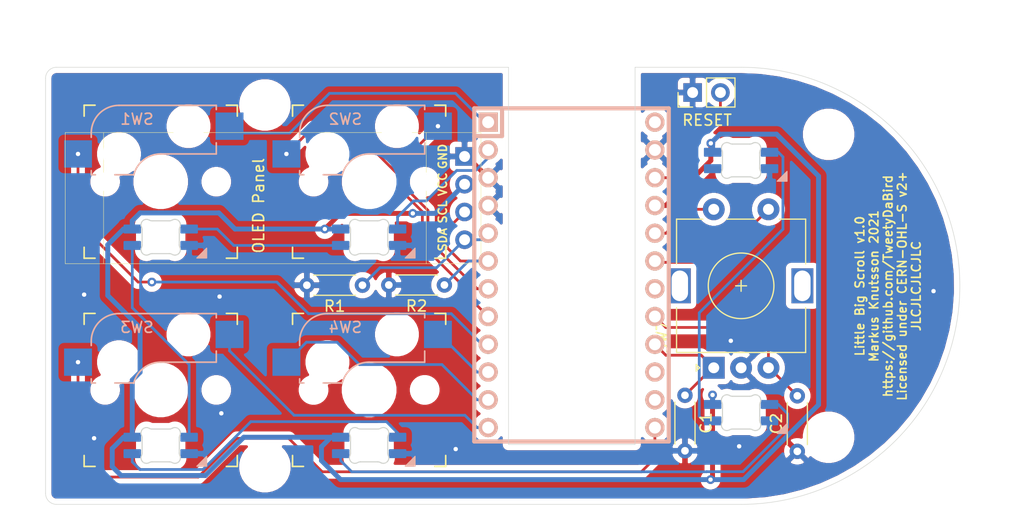
<source format=kicad_pcb>
(kicad_pcb (version 20171130) (host pcbnew "(5.1.9)-1")
  (title_block (title "Little Big Scroll") (date 2021-11-30) (rev v1.0) (company "Markus Knutsson <markus.knutsson@tweety.se>") (comment 1 https://github.com/TweetyDaBird) (comment 2 "Licensed under CERN-OHL-S v2 or superseding version"))
  (layers (0 F.Cu signal) (31 B.Cu signal) (34 B.Paste user) (35 F.Paste user) (36 B.SilkS user) (37 F.SilkS user) (38 B.Mask user) (39 F.Mask user) (44 Edge.Cuts user))
  (net 0 "")
  (net 1 GND)
  (net 2 VCC)
  (net 3 RGB)
  (net 4 "Net-(LED1-Pad2)")
  (net 5 "Net-(LED2-Pad2)")
  (net 6 "Net-(LED3-Pad2)")
  (net 7 "Net-(LED4-Pad2)")
  (net 8 "Net-(LED5-Pad2)")
  (net 9 SDA)
  (net 10 SCL)
  (net 11 ENC_A)
  (net 12 ENC_B)
  (net 13 COL0)
  (net 14 ROW0)
  (net 15 COL1)
  (net 16 ROW1)
  (net 17 COL2)
  (net 18 ROW2)
  (net 19 COL3)
  (net 20 ROW3)
  (net 21 ROW4)
  (net 22 COL4)
  (net 23 "Net-(J1-Pad2)")
  (module Keebio-Parts:RotaryEncoder_Alps_EC11E-Switch_Vertical_H20mm (layer F.Cu) (at 219.38 111.555 90)
    (fp_text reference SW7 (at -4.7 -7.2 90) (layer F.SilkS))
    (fp_text value Rotary_Encoder_Switch)
    (fp_circle (center 0 0) (end 3 0) (layer F.SilkS) (width 0.12))
    (fp_line (start 2 -5.9) (end 6.1 -5.9) (layer F.SilkS) (width 0.12))
    (fp_line (start 6.1 5.9) (end 2 5.9) (layer F.SilkS) (width 0.12))
    (fp_line (start -2 5.9) (end -6.1 5.9) (layer F.SilkS) (width 0.12))
    (fp_line (start -2 -5.9) (end -6.1 -5.9) (layer F.SilkS) (width 0.12))
    (fp_line (start -6.1 -5.9) (end -6.1 5.9) (layer F.SilkS) (width 0.12))
    (fp_line (start -7.5 -3.8) (end -7.8 -4.1) (layer F.SilkS) (width 0.12))
    (fp_line (start -7.8 -4.1) (end -7.2 -4.1) (layer F.SilkS) (width 0.12))
    (fp_line (start -7.2 -4.1) (end -7.5 -3.8) (layer F.SilkS) (width 0.12))
    (fp_line (start 6.1 -5.9) (end 6.1 -3.5) (layer F.SilkS) (width 0.12))
    (fp_line (start 6.1 -1.3) (end 6.1 1.3) (layer F.SilkS) (width 0.12))
    (fp_line (start 6.1 3.5) (end 6.1 5.9) (layer F.SilkS) (width 0.12))
    (fp_line (start 0 -0.5) (end 0 0.5) (layer F.SilkS) (width 0.12))
    (fp_line (start -0.5 0) (end 0.5 0) (layer F.SilkS) (width 0.12))
    (pad S1 thru_hole circle (at 7 2.5 90) (size 2 2) (drill 1) (layers *.Cu *.Mask) (net 22 COL4))
    (pad S2 thru_hole circle (at 7 -2.5 90) (size 2 2) (drill 1) (layers *.Cu *.Mask) (net 21 ROW4))
    (pad MP thru_hole rect (at 0 5.6 90) (size 3.2 2) (drill oval 2.8 1.5) (layers *.Cu *.Mask))
    (pad MP thru_hole rect (at 0 -5.6 90) (size 3.2 2) (drill oval 2.8 1.5) (layers *.Cu *.Mask))
    (pad B thru_hole circle (at -7.5 2.5 90) (size 2 2) (drill 1) (layers *.Cu *.Mask) (net 12 ENC_B))
    (pad C thru_hole circle (at -7.5 0 90) (size 2 2) (drill 1) (layers *.Cu *.Mask) (net 1 GND))
    (pad A thru_hole rect (at -7.5 -2.5 90) (size 2 2) (drill 1) (layers *.Cu *.Mask) (net 11 ENC_A))
  )
  (module Keebio-Parts:ArduinoProMicro-BackSide (layer F.Cu) (at 203.88 110.555 270)
    (fp_text reference U1 hide)
    (fp_text value ProMicro hide)
    (fp_line (start -15.24 -8.89) (end -15.24 8.89) (layer B.SilkS) (width 0.381))
    (fp_line (start -15.24 8.89) (end 15.24 8.89) (layer B.SilkS) (width 0.381))
    (fp_line (start 15.24 8.89) (end 15.24 -8.89) (layer B.SilkS) (width 0.381))
    (fp_line (start 15.24 -8.89) (end -15.24 -8.89) (layer B.SilkS) (width 0.381))
    (fp_line (start -15.24 6.35) (end -12.7 6.35) (layer B.SilkS) (width 0.381))
    (fp_line (start -12.7 6.35) (end -12.7 8.89) (layer B.SilkS) (width 0.381))
    (pad 24 thru_hole circle (at -13.97 -7.62 270) (size 1.7526 1.7526) (drill 1.0922) (layers *.Cu *.SilkS *.Mask))
    (pad 12 thru_hole circle (at 13.97 7.62 270) (size 1.7526 1.7526) (drill 1.0922) (layers *.Cu *.SilkS *.Mask) (net 18 ROW2))
    (pad 23 thru_hole circle (at -11.43 -7.62 270) (size 1.7526 1.7526) (drill 1.0922) (layers *.Cu *.SilkS *.Mask) (net 1 GND))
    (pad 22 thru_hole circle (at -8.89 -7.62 270) (size 1.7526 1.7526) (drill 1.0922) (layers *.Cu *.SilkS *.Mask) (net 23 "Net-(J1-Pad2)"))
    (pad 21 thru_hole circle (at -6.35 -7.62 270) (size 1.7526 1.7526) (drill 1.0922) (layers *.Cu *.SilkS *.Mask) (net 2 VCC))
    (pad 20 thru_hole circle (at -3.81 -7.62 270) (size 1.7526 1.7526) (drill 1.0922) (layers *.Cu *.SilkS *.Mask) (net 21 ROW4))
    (pad 19 thru_hole circle (at -1.27 -7.62 270) (size 1.7526 1.7526) (drill 1.0922) (layers *.Cu *.SilkS *.Mask) (net 22 COL4))
    (pad 18 thru_hole circle (at 1.27 -7.62 270) (size 1.7526 1.7526) (drill 1.0922) (layers *.Cu *.SilkS *.Mask))
    (pad 17 thru_hole circle (at 3.81 -7.62 270) (size 1.7526 1.7526) (drill 1.0922) (layers *.Cu *.SilkS *.Mask) (net 12 ENC_B))
    (pad 16 thru_hole circle (at 6.35 -7.62 270) (size 1.7526 1.7526) (drill 1.0922) (layers *.Cu *.SilkS *.Mask) (net 11 ENC_A))
    (pad 15 thru_hole circle (at 8.89 -7.62 270) (size 1.7526 1.7526) (drill 1.0922) (layers *.Cu *.SilkS *.Mask))
    (pad 14 thru_hole circle (at 11.43 -7.62 270) (size 1.7526 1.7526) (drill 1.0922) (layers *.Cu *.SilkS *.Mask))
    (pad 13 thru_hole circle (at 13.97 -7.62 270) (size 1.7526 1.7526) (drill 1.0922) (layers *.Cu *.SilkS *.Mask) (net 17 COL2))
    (pad 11 thru_hole circle (at 11.43 7.62 270) (size 1.7526 1.7526) (drill 1.0922) (layers *.Cu *.SilkS *.Mask) (net 19 COL3))
    (pad 10 thru_hole circle (at 8.89 7.62 270) (size 1.7526 1.7526) (drill 1.0922) (layers *.Cu *.SilkS *.Mask) (net 20 ROW3))
    (pad 9 thru_hole circle (at 6.35 7.62 270) (size 1.7526 1.7526) (drill 1.0922) (layers *.Cu *.SilkS *.Mask) (net 13 COL0))
    (pad 8 thru_hole circle (at 3.81 7.62 270) (size 1.7526 1.7526) (drill 1.0922) (layers *.Cu *.SilkS *.Mask) (net 15 COL1))
    (pad 7 thru_hole circle (at 1.27 7.62 270) (size 1.7526 1.7526) (drill 1.0922) (layers *.Cu *.SilkS *.Mask) (net 16 ROW1))
    (pad 6 thru_hole circle (at -1.27 7.62 270) (size 1.7526 1.7526) (drill 1.0922) (layers *.Cu *.SilkS *.Mask) (net 10 SCL))
    (pad 5 thru_hole circle (at -3.81 7.62 270) (size 1.7526 1.7526) (drill 1.0922) (layers *.Cu *.SilkS *.Mask) (net 9 SDA))
    (pad 4 thru_hole circle (at -6.35 7.62 270) (size 1.7526 1.7526) (drill 1.0922) (layers *.Cu *.SilkS *.Mask) (net 1 GND))
    (pad 3 thru_hole circle (at -8.89 7.62 270) (size 1.7526 1.7526) (drill 1.0922) (layers *.Cu *.SilkS *.Mask) (net 1 GND))
    (pad 2 thru_hole circle (at -11.43 7.62 270) (size 1.7526 1.7526) (drill 1.0922) (layers *.Cu *.SilkS *.Mask) (net 3 RGB))
    (pad 1 thru_hole rect (at -13.97 7.62 270) (size 1.7526 1.7526) (drill 1.0922) (layers *.Cu *.SilkS *.Mask) (net 14 ROW0))
  )
  (module keyswitches:Kailh_socket_MX_RGB (layer F.Cu) (at 185.38 121.08)
    (fp_text reference SW4 (at -2.175 -5.725) (layer B.SilkS) (effects (justify mirror)))
    (fp_text value SW_Push hide)
    (fp_line (start 5.08 -6.985) (end 5.08 -6.604) (layer B.SilkS) (width 0.15))
    (fp_line (start -3.81 -6.985) (end 5.08 -6.985) (layer B.SilkS) (width 0.15))
    (fp_line (start -6.35 -4.445) (end -6.35 -4.064) (layer B.SilkS) (width 0.15))
    (fp_line (start -5.969 -0.635) (end -6.35 -0.635) (layer B.SilkS) (width 0.15))
    (fp_line (start -2.464162 -0.635) (end -4.191 -0.635) (layer B.SilkS) (width 0.15))
    (fp_line (start 5.08 -2.54) (end 0 -2.54) (layer B.SilkS) (width 0.15))
    (fp_line (start 5.08 -3.556) (end 5.08 -2.54) (layer B.SilkS) (width 0.15))
    (fp_line (start -6.35 -1.016) (end -6.35 -0.635) (layer B.SilkS) (width 0.15))
    (fp_line (start 7 -7) (end 7 -6) (layer F.SilkS) (width 0.15))
    (fp_line (start 6 7) (end 7 7) (layer F.SilkS) (width 0.15))
    (fp_line (start 7 -7) (end 6 -7) (layer F.SilkS) (width 0.15))
    (fp_line (start 7 6) (end 7 7) (layer F.SilkS) (width 0.15))
    (fp_line (start -7 7) (end -7 6) (layer F.SilkS) (width 0.15))
    (fp_line (start -6 -7) (end -7 -7) (layer F.SilkS) (width 0.15))
    (fp_line (start -7 7) (end -6 7) (layer F.SilkS) (width 0.15))
    (fp_line (start -7 -6) (end -7 -7) (layer F.SilkS) (width 0.15))
    (fp_arc (start 0 0) (end 0 -2.54) (angle -75.96375653) (layer B.SilkS) (width 0.15))
    (fp_arc (start -3.81 -4.445) (end -3.81 -6.985) (angle -90) (layer B.SilkS) (width 0.15))
    (pad 2 smd rect (at -7.56 -2.54) (size 2.55 2.5) (layers B.Cu B.Paste B.Mask) (net 19 COL3))
    (pad "" np_thru_hole circle (at -5.08 0) (size 1.7018 1.7018) (drill 1.7018) (layers *.Cu *.Mask))
    (pad "" np_thru_hole circle (at 5.08 0) (size 1.7018 1.7018) (drill 1.7018) (layers *.Cu *.Mask))
    (pad "" np_thru_hole circle (at 0 0) (size 3.9878 3.9878) (drill 3.9878) (layers *.Cu *.Mask))
    (pad "" np_thru_hole circle (at -3.81 -2.54) (size 3 3) (drill 3) (layers *.Cu *.Mask))
    (pad "" np_thru_hole circle (at 2.54 -5.08) (size 3 3) (drill 3) (layers *.Cu *.Mask))
    (pad 1 smd rect (at 6.29 -5.08) (size 2.55 2.5) (layers B.Cu B.Paste B.Mask) (net 20 ROW3))
  )
  (module keyswitches:Kailh_socket_MX_RGB (layer F.Cu) (at 166.33 121.08)
    (fp_text reference SW3 (at -2.175 -5.725) (layer B.SilkS) (effects (justify mirror)))
    (fp_text value SW_Push hide)
    (fp_line (start 5.08 -6.985) (end 5.08 -6.604) (layer B.SilkS) (width 0.15))
    (fp_line (start -3.81 -6.985) (end 5.08 -6.985) (layer B.SilkS) (width 0.15))
    (fp_line (start -6.35 -4.445) (end -6.35 -4.064) (layer B.SilkS) (width 0.15))
    (fp_line (start -5.969 -0.635) (end -6.35 -0.635) (layer B.SilkS) (width 0.15))
    (fp_line (start -2.464162 -0.635) (end -4.191 -0.635) (layer B.SilkS) (width 0.15))
    (fp_line (start 5.08 -2.54) (end 0 -2.54) (layer B.SilkS) (width 0.15))
    (fp_line (start 5.08 -3.556) (end 5.08 -2.54) (layer B.SilkS) (width 0.15))
    (fp_line (start -6.35 -1.016) (end -6.35 -0.635) (layer B.SilkS) (width 0.15))
    (fp_line (start 7 -7) (end 7 -6) (layer F.SilkS) (width 0.15))
    (fp_line (start 6 7) (end 7 7) (layer F.SilkS) (width 0.15))
    (fp_line (start 7 -7) (end 6 -7) (layer F.SilkS) (width 0.15))
    (fp_line (start 7 6) (end 7 7) (layer F.SilkS) (width 0.15))
    (fp_line (start -7 7) (end -7 6) (layer F.SilkS) (width 0.15))
    (fp_line (start -6 -7) (end -7 -7) (layer F.SilkS) (width 0.15))
    (fp_line (start -7 7) (end -6 7) (layer F.SilkS) (width 0.15))
    (fp_line (start -7 -6) (end -7 -7) (layer F.SilkS) (width 0.15))
    (fp_arc (start 0 0) (end 0 -2.54) (angle -75.96375653) (layer B.SilkS) (width 0.15))
    (fp_arc (start -3.81 -4.445) (end -3.81 -6.985) (angle -90) (layer B.SilkS) (width 0.15))
    (pad 2 smd rect (at -7.56 -2.54) (size 2.55 2.5) (layers B.Cu B.Paste B.Mask) (net 17 COL2))
    (pad "" np_thru_hole circle (at -5.08 0) (size 1.7018 1.7018) (drill 1.7018) (layers *.Cu *.Mask))
    (pad "" np_thru_hole circle (at 5.08 0) (size 1.7018 1.7018) (drill 1.7018) (layers *.Cu *.Mask))
    (pad "" np_thru_hole circle (at 0 0) (size 3.9878 3.9878) (drill 3.9878) (layers *.Cu *.Mask))
    (pad "" np_thru_hole circle (at -3.81 -2.54) (size 3 3) (drill 3) (layers *.Cu *.Mask))
    (pad "" np_thru_hole circle (at 2.54 -5.08) (size 3 3) (drill 3) (layers *.Cu *.Mask))
    (pad 1 smd rect (at 6.29 -5.08) (size 2.55 2.5) (layers B.Cu B.Paste B.Mask) (net 18 ROW2))
  )
  (module keyswitches:Kailh_socket_MX_RGB (layer F.Cu) (at 185.38 102.03)
    (fp_text reference SW2 (at -2.175 -5.725) (layer B.SilkS) (effects (justify mirror)))
    (fp_text value SW_Push hide)
    (fp_line (start 5.08 -6.985) (end 5.08 -6.604) (layer B.SilkS) (width 0.15))
    (fp_line (start -3.81 -6.985) (end 5.08 -6.985) (layer B.SilkS) (width 0.15))
    (fp_line (start -6.35 -4.445) (end -6.35 -4.064) (layer B.SilkS) (width 0.15))
    (fp_line (start -5.969 -0.635) (end -6.35 -0.635) (layer B.SilkS) (width 0.15))
    (fp_line (start -2.464162 -0.635) (end -4.191 -0.635) (layer B.SilkS) (width 0.15))
    (fp_line (start 5.08 -2.54) (end 0 -2.54) (layer B.SilkS) (width 0.15))
    (fp_line (start 5.08 -3.556) (end 5.08 -2.54) (layer B.SilkS) (width 0.15))
    (fp_line (start -6.35 -1.016) (end -6.35 -0.635) (layer B.SilkS) (width 0.15))
    (fp_line (start 7 -7) (end 7 -6) (layer F.SilkS) (width 0.15))
    (fp_line (start 6 7) (end 7 7) (layer F.SilkS) (width 0.15))
    (fp_line (start 7 -7) (end 6 -7) (layer F.SilkS) (width 0.15))
    (fp_line (start 7 6) (end 7 7) (layer F.SilkS) (width 0.15))
    (fp_line (start -7 7) (end -7 6) (layer F.SilkS) (width 0.15))
    (fp_line (start -6 -7) (end -7 -7) (layer F.SilkS) (width 0.15))
    (fp_line (start -7 7) (end -6 7) (layer F.SilkS) (width 0.15))
    (fp_line (start -7 -6) (end -7 -7) (layer F.SilkS) (width 0.15))
    (fp_arc (start 0 0) (end 0 -2.54) (angle -75.96375653) (layer B.SilkS) (width 0.15))
    (fp_arc (start -3.81 -4.445) (end -3.81 -6.985) (angle -90) (layer B.SilkS) (width 0.15))
    (pad 2 smd rect (at -7.56 -2.54) (size 2.55 2.5) (layers B.Cu B.Paste B.Mask) (net 15 COL1))
    (pad "" np_thru_hole circle (at -5.08 0) (size 1.7018 1.7018) (drill 1.7018) (layers *.Cu *.Mask))
    (pad "" np_thru_hole circle (at 5.08 0) (size 1.7018 1.7018) (drill 1.7018) (layers *.Cu *.Mask))
    (pad "" np_thru_hole circle (at 0 0) (size 3.9878 3.9878) (drill 3.9878) (layers *.Cu *.Mask))
    (pad "" np_thru_hole circle (at -3.81 -2.54) (size 3 3) (drill 3) (layers *.Cu *.Mask))
    (pad "" np_thru_hole circle (at 2.54 -5.08) (size 3 3) (drill 3) (layers *.Cu *.Mask))
    (pad 1 smd rect (at 6.29 -5.08) (size 2.55 2.5) (layers B.Cu B.Paste B.Mask) (net 16 ROW1))
  )
  (module keyswitches:Kailh_socket_MX_RGB (layer F.Cu) (at 166.33 102.03)
    (fp_text reference SW1 (at -2.175 -5.725) (layer B.SilkS) (effects (justify mirror)))
    (fp_text value SW_Push hide)
    (fp_line (start 5.08 -6.985) (end 5.08 -6.604) (layer B.SilkS) (width 0.15))
    (fp_line (start -3.81 -6.985) (end 5.08 -6.985) (layer B.SilkS) (width 0.15))
    (fp_line (start -6.35 -4.445) (end -6.35 -4.064) (layer B.SilkS) (width 0.15))
    (fp_line (start -5.969 -0.635) (end -6.35 -0.635) (layer B.SilkS) (width 0.15))
    (fp_line (start -2.464162 -0.635) (end -4.191 -0.635) (layer B.SilkS) (width 0.15))
    (fp_line (start 5.08 -2.54) (end 0 -2.54) (layer B.SilkS) (width 0.15))
    (fp_line (start 5.08 -3.556) (end 5.08 -2.54) (layer B.SilkS) (width 0.15))
    (fp_line (start -6.35 -1.016) (end -6.35 -0.635) (layer B.SilkS) (width 0.15))
    (fp_line (start 7 -7) (end 7 -6) (layer F.SilkS) (width 0.15))
    (fp_line (start 6 7) (end 7 7) (layer F.SilkS) (width 0.15))
    (fp_line (start 7 -7) (end 6 -7) (layer F.SilkS) (width 0.15))
    (fp_line (start 7 6) (end 7 7) (layer F.SilkS) (width 0.15))
    (fp_line (start -7 7) (end -7 6) (layer F.SilkS) (width 0.15))
    (fp_line (start -6 -7) (end -7 -7) (layer F.SilkS) (width 0.15))
    (fp_line (start -7 7) (end -6 7) (layer F.SilkS) (width 0.15))
    (fp_line (start -7 -6) (end -7 -7) (layer F.SilkS) (width 0.15))
    (fp_arc (start 0 0) (end 0 -2.54) (angle -75.96375653) (layer B.SilkS) (width 0.15))
    (fp_arc (start -3.81 -4.445) (end -3.81 -6.985) (angle -90) (layer B.SilkS) (width 0.15))
    (pad 2 smd rect (at -7.56 -2.54) (size 2.55 2.5) (layers B.Cu B.Paste B.Mask) (net 13 COL0))
    (pad "" np_thru_hole circle (at -5.08 0) (size 1.7018 1.7018) (drill 1.7018) (layers *.Cu *.Mask))
    (pad "" np_thru_hole circle (at 5.08 0) (size 1.7018 1.7018) (drill 1.7018) (layers *.Cu *.Mask))
    (pad "" np_thru_hole circle (at 0 0) (size 3.9878 3.9878) (drill 3.9878) (layers *.Cu *.Mask))
    (pad "" np_thru_hole circle (at -3.81 -2.54) (size 3 3) (drill 3) (layers *.Cu *.Mask))
    (pad "" np_thru_hole circle (at 2.54 -5.08) (size 3 3) (drill 3) (layers *.Cu *.Mask))
    (pad 1 smd rect (at 6.29 -5.08) (size 2.55 2.5) (layers B.Cu B.Paste B.Mask) (net 14 ROW0))
  )
  (module KiCad-SSD1306-0.91-OLED-4pin-128x32:SSD1306-0.91-OLED-4pin-128x32 (layer F.Cu) (at 176.605 103.53)
    (fp_text reference OLED1 hide)
    (fp_text value OLED_4pin)
    (fp_line (start -15.5 -6) (end -15.5 6) (layer F.SilkS) (width 0.04))
    (fp_line (start 14 -6) (end 14 6) (layer F.SilkS) (width 0.04))
    (fp_line (start 19 -6) (end -19 -6) (layer F.SilkS) (width 0.04))
    (fp_line (start -19 -6) (end -19 6) (layer F.SilkS) (width 0.04))
    (fp_line (start -19 6) (end 19 6) (layer F.SilkS) (width 0.04))
    (fp_line (start 19 6) (end 19 -6) (layer F.SilkS) (width 0.04))
    (fp_text user SDA (at 15.5 3.81 -90) (layer F.SilkS) (effects (font (size 0.75 0.75))))
    (fp_text user SCL (at 15.5 1.27 -90) (layer F.SilkS) (effects (font (size 0.75 0.75))))
    (fp_text user VCC (at 15.5 -1.27 -90) (layer F.SilkS) (effects (font (size 0.75 0.75))))
    (fp_text user GND (at 15.5 -3.81 -90) (layer F.SilkS) (effects (font (size 0.75 0.75))))
    (fp_text user "OLED Panel" (at -1.325 0.69 270) (layer F.SilkS))
    (pad 4 thru_hole oval (at 17.5 3.81) (size 1.7 1.7) (drill 1) (layers *.Cu *.Mask) (net 9 SDA))
    (pad 3 thru_hole oval (at 17.5 1.27) (size 1.7 1.7) (drill 1) (layers *.Cu *.Mask) (net 10 SCL))
    (pad 2 thru_hole oval (at 17.5 -1.27) (size 1.7 1.7) (drill 1) (layers *.Cu *.Mask) (net 2 VCC))
    (pad 1 thru_hole rect (at 17.5 -3.81) (size 1.7 1.7) (drill 1) (layers *.Cu *.Mask) (net 1 GND))
  )
  (module MountingHole:MountingHole_3.7mm (layer F.Cu) (at 175.855 128.105)
    (fp_text reference H4 hide)
    (fp_text value Hole)
    (pad 1 np_thru_hole circle (at 0 0) (size 3.7 3.7) (drill 3.7) (layers *.Cu *.Mask))
  )
  (module MountingHole:MountingHole_3.7mm (layer F.Cu) (at 227.38 125.411406)
    (fp_text reference H3 hide)
    (fp_text value Hole)
    (pad 1 np_thru_hole circle (at 0 0) (size 3.7 3.7) (drill 3.7) (layers *.Cu *.Mask))
  )
  (module MountingHole:MountingHole_3.7mm (layer F.Cu) (at 227.38 97.698594)
    (fp_text reference H2 hide)
    (fp_text value Hole)
    (pad 1 np_thru_hole circle (at 0 0) (size 3.7 3.7) (drill 3.7) (layers *.Cu *.Mask))
  )
  (module MountingHole:MountingHole_3.7mm (layer F.Cu) (at 175.855 95.005)
    (fp_text reference H1 hide)
    (fp_text value Hole)
    (pad 1 np_thru_hole circle (at 0 0) (size 3.7 3.7) (drill 3.7) (layers *.Cu *.Mask))
  )
  (module Connector_PinHeader_2.54mm:PinHeader_1x02_P2.54mm_Vertical (layer F.Cu) (at 214.95 93.87 90)
    (fp_text reference J1 hide)
    (fp_text value Conn_01x02)
    (fp_line (start -1.33 3.87) (end 1.33 3.87) (layer F.SilkS) (width 0.12))
    (fp_line (start -1.33 1.27) (end -1.33 3.87) (layer F.SilkS) (width 0.12))
    (fp_line (start 1.33 1.27) (end 1.33 3.87) (layer F.SilkS) (width 0.12))
    (fp_line (start -1.33 1.27) (end 1.33 1.27) (layer F.SilkS) (width 0.12))
    (fp_line (start -1.33 0) (end -1.33 -1.33) (layer F.SilkS) (width 0.12))
    (fp_line (start -1.33 -1.33) (end 0 -1.33) (layer F.SilkS) (width 0.12))
    (fp_text user RESET (at -2.53 1.32) (layer F.SilkS))
    (pad 2 thru_hole oval (at 0 2.54 90) (size 1.7 1.7) (drill 1) (layers *.Cu *.Mask) (net 23 "Net-(J1-Pad2)"))
    (pad 1 thru_hole rect (at 0 0 90) (size 1.7 1.7) (drill 1) (layers *.Cu *.Mask) (net 1 GND))
  )
  (module kicad-keyboard-parts:MX_SK6812MINI-E (layer F.Cu) (at 219.38 118.08)
    (fp_text reference LED5 hide)
    (fp_text value SK6812MINI-E)
    (fp_poly (pts (xy 4.2 6.079999) (xy 3.3 6.979999) (xy 4.2 6.979999)) (layer B.SilkS) (width 0.1))
    (fp_line (start -1.699999 5.782841) (end -1.699999 4.377157) (layer Edge.Cuts) (width 0.1))
    (fp_line (start -0.794452 3.58) (end 0.794453 3.58) (layer Edge.Cuts) (width 0.1))
    (fp_line (start 1.699999 4.377157) (end 1.699999 5.782841) (layer Edge.Cuts) (width 0.1))
    (fp_line (start 0.794452 6.579999) (end -0.794452 6.579999) (layer Edge.Cuts) (width 0.1))
    (fp_arc (start -0.794452 7.079999) (end -0.794452 6.579999) (angle -30.2992623) (layer Edge.Cuts) (width 0.1))
    (fp_arc (start 0.794452 7.079999) (end 1.046711 6.648298) (angle -30.29933433) (layer Edge.Cuts) (width 0.1))
    (fp_arc (start 1.298969 6.216597) (end 1.046711 6.648298) (angle -146.0055121) (layer Edge.Cuts) (width 0.1))
    (fp_arc (start 2.199999 5.782841) (end 1.699999 5.782841) (angle -25.70617777) (layer Edge.Cuts) (width 0.1))
    (fp_arc (start 2.199999 4.377157) (end 1.749484 4.160279) (angle -25.70608136) (layer Edge.Cuts) (width 0.1))
    (fp_arc (start 1.298969 3.943402) (end 1.749484 4.160279) (angle -146.0053097) (layer Edge.Cuts) (width 0.1))
    (fp_arc (start 0.794453 3.08) (end 0.794453 3.58) (angle -30.29922831) (layer Edge.Cuts) (width 0.1))
    (fp_arc (start -0.794452 3.08) (end -1.046711 3.5117) (angle -30.29928212) (layer Edge.Cuts) (width 0.1))
    (fp_arc (start -1.298969 3.943401) (end -1.046711 3.5117) (angle -146.0054017) (layer Edge.Cuts) (width 0.1))
    (fp_arc (start -2.199999 4.377157) (end -1.699999 4.377157) (angle -25.70611954) (layer Edge.Cuts) (width 0.1))
    (fp_arc (start -2.199999 5.782841) (end -1.749484 5.999719) (angle -25.70611205) (layer Edge.Cuts) (width 0.1))
    (fp_arc (start -1.298969 6.216596) (end -1.749484 5.999719) (angle -146.0053744) (layer Edge.Cuts) (width 0.1))
    (pad 3 smd roundrect (at 2.6 5.829999 270) (size 0.82 1.6) (layers B.Cu B.Paste B.Mask) (roundrect_rratio 0.1) (net 1 GND))
    (pad 4 smd roundrect (at 2.6 4.329999 270) (size 0.82 1.6) (layers B.Cu B.Paste B.Mask) (roundrect_rratio 0.1) (net 7 "Net-(LED4-Pad2)"))
    (pad 2 smd roundrect (at -2.6 5.829999 270) (size 0.82 1.6) (layers B.Cu B.Paste B.Mask) (roundrect_rratio 0.1) (net 8 "Net-(LED5-Pad2)"))
    (pad 1 smd roundrect (at -2.6 4.329999 270) (size 0.82 1.6) (layers B.Cu B.Paste B.Mask) (roundrect_rratio 0.1) (net 2 VCC))
  )
  (module kicad-keyboard-parts:MX_SK6812MINI-E (layer F.Cu) (at 219.38 95.005)
    (fp_text reference LED6 hide)
    (fp_text value SK6812MINI-E)
    (fp_poly (pts (xy 4.2 6.079999) (xy 3.3 6.979999) (xy 4.2 6.979999)) (layer B.SilkS) (width 0.1))
    (fp_line (start -1.699999 5.782841) (end -1.699999 4.377157) (layer Edge.Cuts) (width 0.1))
    (fp_line (start -0.794452 3.58) (end 0.794453 3.58) (layer Edge.Cuts) (width 0.1))
    (fp_line (start 1.699999 4.377157) (end 1.699999 5.782841) (layer Edge.Cuts) (width 0.1))
    (fp_line (start 0.794452 6.579999) (end -0.794452 6.579999) (layer Edge.Cuts) (width 0.1))
    (fp_arc (start -0.794452 7.079999) (end -0.794452 6.579999) (angle -30.2992623) (layer Edge.Cuts) (width 0.1))
    (fp_arc (start 0.794452 7.079999) (end 1.046711 6.648298) (angle -30.29933433) (layer Edge.Cuts) (width 0.1))
    (fp_arc (start 1.298969 6.216597) (end 1.046711 6.648298) (angle -146.0055121) (layer Edge.Cuts) (width 0.1))
    (fp_arc (start 2.199999 5.782841) (end 1.699999 5.782841) (angle -25.70617777) (layer Edge.Cuts) (width 0.1))
    (fp_arc (start 2.199999 4.377157) (end 1.749484 4.160279) (angle -25.70608136) (layer Edge.Cuts) (width 0.1))
    (fp_arc (start 1.298969 3.943402) (end 1.749484 4.160279) (angle -146.0053097) (layer Edge.Cuts) (width 0.1))
    (fp_arc (start 0.794453 3.08) (end 0.794453 3.58) (angle -30.29922831) (layer Edge.Cuts) (width 0.1))
    (fp_arc (start -0.794452 3.08) (end -1.046711 3.5117) (angle -30.29928212) (layer Edge.Cuts) (width 0.1))
    (fp_arc (start -1.298969 3.943401) (end -1.046711 3.5117) (angle -146.0054017) (layer Edge.Cuts) (width 0.1))
    (fp_arc (start -2.199999 4.377157) (end -1.699999 4.377157) (angle -25.70611954) (layer Edge.Cuts) (width 0.1))
    (fp_arc (start -2.199999 5.782841) (end -1.749484 5.999719) (angle -25.70611205) (layer Edge.Cuts) (width 0.1))
    (fp_arc (start -1.298969 6.216596) (end -1.749484 5.999719) (angle -146.0053744) (layer Edge.Cuts) (width 0.1))
    (pad 3 smd roundrect (at 2.6 5.829999 270) (size 0.82 1.6) (layers B.Cu B.Paste B.Mask) (roundrect_rratio 0.1) (net 1 GND))
    (pad 4 smd roundrect (at 2.6 4.329999 270) (size 0.82 1.6) (layers B.Cu B.Paste B.Mask) (roundrect_rratio 0.1) (net 8 "Net-(LED5-Pad2)"))
    (pad 2 smd roundrect (at -2.6 5.829999 270) (size 0.82 1.6) (layers B.Cu B.Paste B.Mask) (roundrect_rratio 0.1))
    (pad 1 smd roundrect (at -2.6 4.329999 270) (size 0.82 1.6) (layers B.Cu B.Paste B.Mask) (roundrect_rratio 0.1) (net 2 VCC))
  )
  (module Resistor_THT:R_Axial_DIN0204_L3.6mm_D1.6mm_P5.08mm_Horizontal (layer F.Cu) (at 224.52 126.7 90)
    (fp_text reference C2 (at 2.54 -1.92 90) (layer F.SilkS))
    (fp_text value 100nF)
    (fp_line (start 0.62 -0.92) (end 4.46 -0.92) (layer F.SilkS) (width 0.12))
    (fp_line (start 0.62 0.92) (end 4.46 0.92) (layer F.SilkS) (width 0.12))
    (pad 2 thru_hole oval (at 5.08 0 90) (size 1.4 1.4) (drill 0.7) (layers *.Cu *.Mask) (net 12 ENC_B))
    (pad 1 thru_hole circle (at 0 0 90) (size 1.4 1.4) (drill 0.7) (layers *.Cu *.Mask) (net 1 GND))
  )
  (module Resistor_THT:R_Axial_DIN0204_L3.6mm_D1.6mm_P5.08mm_Horizontal (layer F.Cu) (at 214.25 121.57 270)
    (fp_text reference C1 (at 2.54 -1.92 90) (layer F.SilkS))
    (fp_text value 100nF)
    (fp_line (start 0.62 -0.92) (end 4.46 -0.92) (layer F.SilkS) (width 0.12))
    (fp_line (start 0.62 0.92) (end 4.46 0.92) (layer F.SilkS) (width 0.12))
    (pad 2 thru_hole oval (at 5.08 0 270) (size 1.4 1.4) (drill 0.7) (layers *.Cu *.Mask) (net 1 GND))
    (pad 1 thru_hole circle (at 0 0 270) (size 1.4 1.4) (drill 0.7) (layers *.Cu *.Mask) (net 11 ENC_A))
  )
  (module Resistor_THT:R_Axial_DIN0204_L3.6mm_D1.6mm_P5.08mm_Horizontal (layer F.Cu) (at 192.26 111.48 180)
    (fp_text reference R2 (at 2.54 -1.92) (layer F.SilkS))
    (fp_text value 4K7)
    (fp_line (start 0.62 -0.92) (end 4.46 -0.92) (layer F.SilkS) (width 0.12))
    (fp_line (start 0.62 0.92) (end 4.46 0.92) (layer F.SilkS) (width 0.12))
    (pad 2 thru_hole oval (at 5.08 0 180) (size 1.4 1.4) (drill 0.7) (layers *.Cu *.Mask) (net 1 GND))
    (pad 1 thru_hole circle (at 0 0 180) (size 1.4 1.4) (drill 0.7) (layers *.Cu *.Mask) (net 10 SCL))
  )
  (module Resistor_THT:R_Axial_DIN0204_L3.6mm_D1.6mm_P5.08mm_Horizontal (layer F.Cu) (at 184.77 111.5 180)
    (fp_text reference R1 (at 2.54 -1.92) (layer F.SilkS))
    (fp_text value 4K7)
    (fp_line (start 0.62 -0.92) (end 4.46 -0.92) (layer F.SilkS) (width 0.12))
    (fp_line (start 0.62 0.92) (end 4.46 0.92) (layer F.SilkS) (width 0.12))
    (pad 2 thru_hole oval (at 5.08 0 180) (size 1.4 1.4) (drill 0.7) (layers *.Cu *.Mask) (net 1 GND))
    (pad 1 thru_hole circle (at 0 0 180) (size 1.4 1.4) (drill 0.7) (layers *.Cu *.Mask) (net 9 SDA))
  )
  (module kicad-keyboard-parts:MX_SK6812MINI-E (layer F.Cu) (at 185.38 121.08)
    (fp_text reference LED4 hide)
    (fp_text value SK6812MINI-E)
    (fp_poly (pts (xy 4.2 6.079999) (xy 3.3 6.979999) (xy 4.2 6.979999)) (layer B.SilkS) (width 0.1))
    (fp_line (start -1.699999 5.782841) (end -1.699999 4.377157) (layer Edge.Cuts) (width 0.1))
    (fp_line (start -0.794452 3.58) (end 0.794453 3.58) (layer Edge.Cuts) (width 0.1))
    (fp_line (start 1.699999 4.377157) (end 1.699999 5.782841) (layer Edge.Cuts) (width 0.1))
    (fp_line (start 0.794452 6.579999) (end -0.794452 6.579999) (layer Edge.Cuts) (width 0.1))
    (fp_arc (start -0.794452 7.079999) (end -0.794452 6.579999) (angle -30.2992623) (layer Edge.Cuts) (width 0.1))
    (fp_arc (start 0.794452 7.079999) (end 1.046711 6.648298) (angle -30.29933433) (layer Edge.Cuts) (width 0.1))
    (fp_arc (start 1.298969 6.216597) (end 1.046711 6.648298) (angle -146.0055121) (layer Edge.Cuts) (width 0.1))
    (fp_arc (start 2.199999 5.782841) (end 1.699999 5.782841) (angle -25.70617777) (layer Edge.Cuts) (width 0.1))
    (fp_arc (start 2.199999 4.377157) (end 1.749484 4.160279) (angle -25.70608136) (layer Edge.Cuts) (width 0.1))
    (fp_arc (start 1.298969 3.943402) (end 1.749484 4.160279) (angle -146.0053097) (layer Edge.Cuts) (width 0.1))
    (fp_arc (start 0.794453 3.08) (end 0.794453 3.58) (angle -30.29922831) (layer Edge.Cuts) (width 0.1))
    (fp_arc (start -0.794452 3.08) (end -1.046711 3.5117) (angle -30.29928212) (layer Edge.Cuts) (width 0.1))
    (fp_arc (start -1.298969 3.943401) (end -1.046711 3.5117) (angle -146.0054017) (layer Edge.Cuts) (width 0.1))
    (fp_arc (start -2.199999 4.377157) (end -1.699999 4.377157) (angle -25.70611954) (layer Edge.Cuts) (width 0.1))
    (fp_arc (start -2.199999 5.782841) (end -1.749484 5.999719) (angle -25.70611205) (layer Edge.Cuts) (width 0.1))
    (fp_arc (start -1.298969 6.216596) (end -1.749484 5.999719) (angle -146.0053744) (layer Edge.Cuts) (width 0.1))
    (pad 3 smd roundrect (at 2.6 5.829999 270) (size 0.82 1.6) (layers B.Cu B.Paste B.Mask) (roundrect_rratio 0.1) (net 1 GND))
    (pad 4 smd roundrect (at 2.6 4.329999 270) (size 0.82 1.6) (layers B.Cu B.Paste B.Mask) (roundrect_rratio 0.1) (net 6 "Net-(LED3-Pad2)"))
    (pad 2 smd roundrect (at -2.6 5.829999 270) (size 0.82 1.6) (layers B.Cu B.Paste B.Mask) (roundrect_rratio 0.1) (net 7 "Net-(LED4-Pad2)"))
    (pad 1 smd roundrect (at -2.6 4.329999 270) (size 0.82 1.6) (layers B.Cu B.Paste B.Mask) (roundrect_rratio 0.1) (net 2 VCC))
  )
  (module kicad-keyboard-parts:MX_SK6812MINI-E (layer F.Cu) (at 166.33 121.08)
    (fp_text reference LED3 hide)
    (fp_text value SK6812MINI-E)
    (fp_poly (pts (xy 4.2 6.079999) (xy 3.3 6.979999) (xy 4.2 6.979999)) (layer B.SilkS) (width 0.1))
    (fp_line (start -1.699999 5.782841) (end -1.699999 4.377157) (layer Edge.Cuts) (width 0.1))
    (fp_line (start -0.794452 3.58) (end 0.794453 3.58) (layer Edge.Cuts) (width 0.1))
    (fp_line (start 1.699999 4.377157) (end 1.699999 5.782841) (layer Edge.Cuts) (width 0.1))
    (fp_line (start 0.794452 6.579999) (end -0.794452 6.579999) (layer Edge.Cuts) (width 0.1))
    (fp_arc (start -0.794452 7.079999) (end -0.794452 6.579999) (angle -30.2992623) (layer Edge.Cuts) (width 0.1))
    (fp_arc (start 0.794452 7.079999) (end 1.046711 6.648298) (angle -30.29933433) (layer Edge.Cuts) (width 0.1))
    (fp_arc (start 1.298969 6.216597) (end 1.046711 6.648298) (angle -146.0055121) (layer Edge.Cuts) (width 0.1))
    (fp_arc (start 2.199999 5.782841) (end 1.699999 5.782841) (angle -25.70617777) (layer Edge.Cuts) (width 0.1))
    (fp_arc (start 2.199999 4.377157) (end 1.749484 4.160279) (angle -25.70608136) (layer Edge.Cuts) (width 0.1))
    (fp_arc (start 1.298969 3.943402) (end 1.749484 4.160279) (angle -146.0053097) (layer Edge.Cuts) (width 0.1))
    (fp_arc (start 0.794453 3.08) (end 0.794453 3.58) (angle -30.29922831) (layer Edge.Cuts) (width 0.1))
    (fp_arc (start -0.794452 3.08) (end -1.046711 3.5117) (angle -30.29928212) (layer Edge.Cuts) (width 0.1))
    (fp_arc (start -1.298969 3.943401) (end -1.046711 3.5117) (angle -146.0054017) (layer Edge.Cuts) (width 0.1))
    (fp_arc (start -2.199999 4.377157) (end -1.699999 4.377157) (angle -25.70611954) (layer Edge.Cuts) (width 0.1))
    (fp_arc (start -2.199999 5.782841) (end -1.749484 5.999719) (angle -25.70611205) (layer Edge.Cuts) (width 0.1))
    (fp_arc (start -1.298969 6.216596) (end -1.749484 5.999719) (angle -146.0053744) (layer Edge.Cuts) (width 0.1))
    (pad 3 smd roundrect (at 2.6 5.829999 270) (size 0.82 1.6) (layers B.Cu B.Paste B.Mask) (roundrect_rratio 0.1) (net 1 GND))
    (pad 4 smd roundrect (at 2.6 4.329999 270) (size 0.82 1.6) (layers B.Cu B.Paste B.Mask) (roundrect_rratio 0.1) (net 5 "Net-(LED2-Pad2)"))
    (pad 2 smd roundrect (at -2.6 5.829999 270) (size 0.82 1.6) (layers B.Cu B.Paste B.Mask) (roundrect_rratio 0.1) (net 6 "Net-(LED3-Pad2)"))
    (pad 1 smd roundrect (at -2.6 4.329999 270) (size 0.82 1.6) (layers B.Cu B.Paste B.Mask) (roundrect_rratio 0.1) (net 2 VCC))
  )
  (module kicad-keyboard-parts:MX_SK6812MINI-E (layer F.Cu) (at 166.33 102.03)
    (fp_text reference LED2 hide)
    (fp_text value SK6812MINI-E)
    (fp_poly (pts (xy 4.2 6.079999) (xy 3.3 6.979999) (xy 4.2 6.979999)) (layer B.SilkS) (width 0.1))
    (fp_line (start -1.699999 5.782841) (end -1.699999 4.377157) (layer Edge.Cuts) (width 0.1))
    (fp_line (start -0.794452 3.58) (end 0.794453 3.58) (layer Edge.Cuts) (width 0.1))
    (fp_line (start 1.699999 4.377157) (end 1.699999 5.782841) (layer Edge.Cuts) (width 0.1))
    (fp_line (start 0.794452 6.579999) (end -0.794452 6.579999) (layer Edge.Cuts) (width 0.1))
    (fp_arc (start -0.794452 7.079999) (end -0.794452 6.579999) (angle -30.2992623) (layer Edge.Cuts) (width 0.1))
    (fp_arc (start 0.794452 7.079999) (end 1.046711 6.648298) (angle -30.29933433) (layer Edge.Cuts) (width 0.1))
    (fp_arc (start 1.298969 6.216597) (end 1.046711 6.648298) (angle -146.0055121) (layer Edge.Cuts) (width 0.1))
    (fp_arc (start 2.199999 5.782841) (end 1.699999 5.782841) (angle -25.70617777) (layer Edge.Cuts) (width 0.1))
    (fp_arc (start 2.199999 4.377157) (end 1.749484 4.160279) (angle -25.70608136) (layer Edge.Cuts) (width 0.1))
    (fp_arc (start 1.298969 3.943402) (end 1.749484 4.160279) (angle -146.0053097) (layer Edge.Cuts) (width 0.1))
    (fp_arc (start 0.794453 3.08) (end 0.794453 3.58) (angle -30.29922831) (layer Edge.Cuts) (width 0.1))
    (fp_arc (start -0.794452 3.08) (end -1.046711 3.5117) (angle -30.29928212) (layer Edge.Cuts) (width 0.1))
    (fp_arc (start -1.298969 3.943401) (end -1.046711 3.5117) (angle -146.0054017) (layer Edge.Cuts) (width 0.1))
    (fp_arc (start -2.199999 4.377157) (end -1.699999 4.377157) (angle -25.70611954) (layer Edge.Cuts) (width 0.1))
    (fp_arc (start -2.199999 5.782841) (end -1.749484 5.999719) (angle -25.70611205) (layer Edge.Cuts) (width 0.1))
    (fp_arc (start -1.298969 6.216596) (end -1.749484 5.999719) (angle -146.0053744) (layer Edge.Cuts) (width 0.1))
    (pad 3 smd roundrect (at 2.6 5.829999 270) (size 0.82 1.6) (layers B.Cu B.Paste B.Mask) (roundrect_rratio 0.1) (net 1 GND))
    (pad 4 smd roundrect (at 2.6 4.329999 270) (size 0.82 1.6) (layers B.Cu B.Paste B.Mask) (roundrect_rratio 0.1) (net 4 "Net-(LED1-Pad2)"))
    (pad 2 smd roundrect (at -2.6 5.829999 270) (size 0.82 1.6) (layers B.Cu B.Paste B.Mask) (roundrect_rratio 0.1) (net 5 "Net-(LED2-Pad2)"))
    (pad 1 smd roundrect (at -2.6 4.329999 270) (size 0.82 1.6) (layers B.Cu B.Paste B.Mask) (roundrect_rratio 0.1) (net 2 VCC))
  )
  (module kicad-keyboard-parts:MX_SK6812MINI-E (layer F.Cu) (at 185.38 102.03)
    (fp_text reference LED1 hide)
    (fp_text value SK6812MINI-E)
    (fp_poly (pts (xy 4.2 6.079999) (xy 3.3 6.979999) (xy 4.2 6.979999)) (layer B.SilkS) (width 0.1))
    (fp_line (start -1.699999 5.782841) (end -1.699999 4.377157) (layer Edge.Cuts) (width 0.1))
    (fp_line (start -0.794452 3.58) (end 0.794453 3.58) (layer Edge.Cuts) (width 0.1))
    (fp_line (start 1.699999 4.377157) (end 1.699999 5.782841) (layer Edge.Cuts) (width 0.1))
    (fp_line (start 0.794452 6.579999) (end -0.794452 6.579999) (layer Edge.Cuts) (width 0.1))
    (fp_arc (start -0.794452 7.079999) (end -0.794452 6.579999) (angle -30.2992623) (layer Edge.Cuts) (width 0.1))
    (fp_arc (start 0.794452 7.079999) (end 1.046711 6.648298) (angle -30.29933433) (layer Edge.Cuts) (width 0.1))
    (fp_arc (start 1.298969 6.216597) (end 1.046711 6.648298) (angle -146.0055121) (layer Edge.Cuts) (width 0.1))
    (fp_arc (start 2.199999 5.782841) (end 1.699999 5.782841) (angle -25.70617777) (layer Edge.Cuts) (width 0.1))
    (fp_arc (start 2.199999 4.377157) (end 1.749484 4.160279) (angle -25.70608136) (layer Edge.Cuts) (width 0.1))
    (fp_arc (start 1.298969 3.943402) (end 1.749484 4.160279) (angle -146.0053097) (layer Edge.Cuts) (width 0.1))
    (fp_arc (start 0.794453 3.08) (end 0.794453 3.58) (angle -30.29922831) (layer Edge.Cuts) (width 0.1))
    (fp_arc (start -0.794452 3.08) (end -1.046711 3.5117) (angle -30.29928212) (layer Edge.Cuts) (width 0.1))
    (fp_arc (start -1.298969 3.943401) (end -1.046711 3.5117) (angle -146.0054017) (layer Edge.Cuts) (width 0.1))
    (fp_arc (start -2.199999 4.377157) (end -1.699999 4.377157) (angle -25.70611954) (layer Edge.Cuts) (width 0.1))
    (fp_arc (start -2.199999 5.782841) (end -1.749484 5.999719) (angle -25.70611205) (layer Edge.Cuts) (width 0.1))
    (fp_arc (start -1.298969 6.216596) (end -1.749484 5.999719) (angle -146.0053744) (layer Edge.Cuts) (width 0.1))
    (pad 3 smd roundrect (at 2.6 5.829999 270) (size 0.82 1.6) (layers B.Cu B.Paste B.Mask) (roundrect_rratio 0.1) (net 1 GND))
    (pad 4 smd roundrect (at 2.6 4.329999 270) (size 0.82 1.6) (layers B.Cu B.Paste B.Mask) (roundrect_rratio 0.1) (net 3 RGB))
    (pad 2 smd roundrect (at -2.6 5.829999 270) (size 0.82 1.6) (layers B.Cu B.Paste B.Mask) (roundrect_rratio 0.1) (net 4 "Net-(LED1-Pad2)"))
    (pad 1 smd roundrect (at -2.6 4.329999 270) (size 0.82 1.6) (layers B.Cu B.Paste B.Mask) (roundrect_rratio 0.1) (net 2 VCC))
  )
  (gr_text "Little Big Scroll v1.0\nMarkus Knutsson 2021\nhttps://github.com/TweetyDaBird\nLicensed under CERN-OHL-S v2+\nJLCJLCJLCJLC" (at 232.81 111.58 90) (layer F.SilkS) (effects (font (size 0.8 0.8))))
  (gr_line (start 209.69 91.56) (end 209.69 126.07) (layer Edge.Cuts) (width 0.05))
  (gr_arc (start 156.805 92.56) (end 156.805 91.56) (angle -90) (layer Edge.Cuts) (width 0.05))
  (gr_arc (start 156.805 130.55) (end 155.805 130.55) (angle -90) (layer Edge.Cuts) (width 0.05))
  (gr_line (start 209.69 91.56) (end 219.38 91.56) (layer Edge.Cuts) (width 0.05))
  (gr_line (start 198.12 126.07) (end 198.12 91.56) (layer Edge.Cuts) (width 0.05))
  (gr_line (start 209.69 126.07) (end 198.12 126.07) (layer Edge.Cuts) (width 0.05))
  (gr_arc (start 219.38 111.555) (end 219.38 131.55) (angle -180) (layer Edge.Cuts) (width 0.05))
  (gr_line (start 155.805 92.56) (end 155.805 130.55) (layer Edge.Cuts) (width 0.05))
  (gr_line (start 156.805 131.55) (end 219.38 131.55) (layer Edge.Cuts) (width 0.05))
  (gr_line (start 156.805 91.56) (end 198.12 91.56) (layer Edge.Cuts) (width 0.05))
  (via (at 159.33 112.36) (size 0.8) (drill 0.4) (layers F.Cu B.Cu) (net 1))
  (via (at 160.24 125.5) (size 0.8) (drill 0.4) (layers F.Cu B.Cu) (net 1))
  (via (at 171.71 112.54) (size 0.8) (drill 0.4) (layers F.Cu B.Cu) (net 1))
  (via (at 171.87 123.22) (size 0.8) (drill 0.4) (layers F.Cu B.Cu) (net 1))
  (via (at 193.294 126.492) (size 0.8) (drill 0.4) (layers F.Cu B.Cu) (net 1))
  (via (at 191.77 106.426) (size 0.8) (drill 0.4) (layers F.Cu B.Cu) (net 1))
  (via (at 236.97 112.04) (size 0.8) (drill 0.4) (layers F.Cu B.Cu) (net 1))
  (via (at 219.202 126.238) (size 0.8) (drill 0.4) (layers F.Cu B.Cu) (net 1))
  (via (at 218.44 116.586) (size 0.8) (drill 0.4) (layers F.Cu B.Cu) (net 1))
  (segment (start 194.315 99.72) (end 196.26 101.665) (width 0.45) (layer F.Cu) (net 1))
  (segment (start 194.105 99.72) (end 194.315 99.72) (width 0.45) (layer F.Cu) (net 1))
  (segment (start 164.446442 104.885029) (end 163.73 105.601471) (width 0.45) (layer B.Cu) (net 2))
  (segment (start 163.73 105.601471) (end 163.73 106.359999) (width 0.45) (layer B.Cu) (net 2))
  (segment (start 171.645028 104.885029) (end 164.446442 104.885029) (width 0.45) (layer B.Cu) (net 2))
  (segment (start 173.119999 106.359999) (end 171.645028 104.885029) (width 0.45) (layer B.Cu) (net 2))
  (segment (start 164.445001 119.464001) (end 164.445001 115.395001) (width 0.45) (layer B.Cu) (net 2))
  (segment (start 163.73 120.179002) (end 164.445001 119.464001) (width 0.45) (layer B.Cu) (net 2))
  (segment (start 163.73 125.409999) (end 163.73 120.179002) (width 0.45) (layer B.Cu) (net 2))
  (segment (start 164.445001 115.395001) (end 161.49 112.44) (width 0.45) (layer B.Cu) (net 2))
  (segment (start 161.49 107.799999) (end 162.93 106.359999) (width 0.45) (layer B.Cu) (net 2))
  (segment (start 162.93 106.359999) (end 163.73 106.359999) (width 0.45) (layer B.Cu) (net 2))
  (segment (start 161.49 112.44) (end 161.49 107.799999) (width 0.45) (layer B.Cu) (net 2))
  (via (at 181.330001 106.359999) (size 0.8) (drill 0.4) (layers F.Cu B.Cu) (net 2))
  (segment (start 181.330001 106.359999) (end 173.119999 106.359999) (width 0.45) (layer B.Cu) (net 2))
  (segment (start 182.78 106.359999) (end 181.330001 106.359999) (width 0.45) (layer B.Cu) (net 2))
  (segment (start 173.920001 125.409999) (end 182.78 125.409999) (width 0.45) (layer B.Cu) (net 2))
  (segment (start 161.9 128.1) (end 162.71 128.91) (width 0.45) (layer B.Cu) (net 2))
  (segment (start 163.73 125.409999) (end 162.93 125.409999) (width 0.45) (layer B.Cu) (net 2))
  (segment (start 162.71 128.91) (end 170.42 128.91) (width 0.45) (layer B.Cu) (net 2))
  (segment (start 161.9 126.439999) (end 161.9 128.1) (width 0.45) (layer B.Cu) (net 2))
  (segment (start 162.93 125.409999) (end 161.9 126.439999) (width 0.45) (layer B.Cu) (net 2))
  (segment (start 170.42 128.91) (end 173.920001 125.409999) (width 0.45) (layer B.Cu) (net 2))
  (via (at 216.612227 98.51501) (size 0.8) (drill 0.4) (layers F.Cu B.Cu) (net 2))
  (segment (start 216.78 99.334999) (end 216.78 98.682783) (width 0.45) (layer B.Cu) (net 2))
  (segment (start 216.78 98.682783) (end 216.612227 98.51501) (width 0.45) (layer B.Cu) (net 2))
  (segment (start 182.76164 104.92836) (end 189.372631 104.92836) (width 0.45) (layer F.Cu) (net 2))
  (segment (start 181.330001 106.359999) (end 182.76164 104.92836) (width 0.45) (layer F.Cu) (net 2))
  (segment (start 194.105 102.26) (end 191.43664 104.92836) (width 0.45) (layer B.Cu) (net 2))
  (via (at 189.372631 104.92836) (size 0.8) (drill 0.4) (layers F.Cu B.Cu) (net 2))
  (segment (start 191.43664 104.92836) (end 189.372631 104.92836) (width 0.45) (layer B.Cu) (net 2))
  (segment (start 216.612227 100.092773) (end 216.612227 98.51501) (width 0.45) (layer F.Cu) (net 2))
  (segment (start 212.5 104.205) (end 216.612227 100.092773) (width 0.45) (layer F.Cu) (net 2))
  (segment (start 211.5 104.205) (end 212.5 104.205) (width 0.45) (layer F.Cu) (net 2))
  (segment (start 181.02 126.28) (end 181.02 127.54) (width 0.45) (layer B.Cu) (net 2))
  (segment (start 181.02 127.54) (end 182.766 129.286) (width 0.45) (layer B.Cu) (net 2))
  (segment (start 181.890001 125.409999) (end 181.02 126.28) (width 0.45) (layer B.Cu) (net 2))
  (segment (start 182.78 125.409999) (end 181.890001 125.409999) (width 0.45) (layer B.Cu) (net 2))
  (segment (start 216.78 121.55) (end 216.77 121.54) (width 0.45) (layer B.Cu) (net 2))
  (segment (start 216.78 122.409999) (end 216.78 121.55) (width 0.45) (layer B.Cu) (net 2))
  (via (at 216.586 129.286) (size 0.8) (drill 0.4) (layers F.Cu B.Cu) (net 2))
  (segment (start 216.77 129.102) (end 216.586 129.286) (width 0.45) (layer F.Cu) (net 2))
  (segment (start 182.766 129.286) (end 216.586 129.286) (width 0.45) (layer B.Cu) (net 2))
  (segment (start 222.62 97.68) (end 217.447237 97.68) (width 0.45) (layer B.Cu) (net 2))
  (segment (start 217.447237 97.68) (end 216.612227 98.51501) (width 0.45) (layer B.Cu) (net 2))
  (segment (start 226.459999 101.519999) (end 222.62 97.68) (width 0.45) (layer B.Cu) (net 2))
  (segment (start 226.459999 122.437834) (end 226.459999 101.519999) (width 0.45) (layer B.Cu) (net 2))
  (segment (start 219.611833 129.286) (end 226.459999 122.437834) (width 0.45) (layer B.Cu) (net 2))
  (segment (start 216.586 129.286) (end 219.611833 129.286) (width 0.45) (layer B.Cu) (net 2))
  (segment (start 216.77 121.54) (end 216.77 129.102) (width 0.45) (layer F.Cu) (net 2))
  (via (at 216.77 121.54) (size 0.8) (drill 0.4) (layers F.Cu B.Cu) (net 2))
  (segment (start 196.26 99.850002) (end 196.26 99.125) (width 0.25) (layer B.Cu) (net 3))
  (segment (start 195.108703 101.001299) (end 196.26 99.850002) (width 0.25) (layer B.Cu) (net 3))
  (segment (start 190.6 103.79) (end 193.388701 101.001299) (width 0.25) (layer B.Cu) (net 3))
  (segment (start 189.437986 103.79) (end 190.6 103.79) (width 0.25) (layer B.Cu) (net 3))
  (segment (start 193.388701 101.001299) (end 195.108703 101.001299) (width 0.25) (layer B.Cu) (net 3))
  (segment (start 187.98 105.247986) (end 189.437986 103.79) (width 0.25) (layer B.Cu) (net 3))
  (segment (start 187.98 106.359999) (end 187.98 105.247986) (width 0.25) (layer B.Cu) (net 3))
  (segment (start 182.78 107.859999) (end 172.999999 107.859999) (width 0.25) (layer B.Cu) (net 4))
  (segment (start 171.499999 106.359999) (end 168.93 106.359999) (width 0.25) (layer B.Cu) (net 4))
  (segment (start 172.999999 107.859999) (end 171.499999 106.359999) (width 0.25) (layer B.Cu) (net 4))
  (segment (start 168.93 118.761002) (end 168.93 125.409999) (width 0.25) (layer B.Cu) (net 5))
  (segment (start 163.73 113.561002) (end 168.93 118.761002) (width 0.25) (layer B.Cu) (net 5))
  (segment (start 163.73 107.859999) (end 163.73 113.561002) (width 0.25) (layer B.Cu) (net 5))
  (segment (start 187.98 124.999999) (end 187.98 125.409999) (width 0.25) (layer B.Cu) (net 6))
  (segment (start 163.73 126.909999) (end 163.73 127.665631) (width 0.25) (layer B.Cu) (net 6))
  (segment (start 186.964941 123.98494) (end 187.98 124.999999) (width 0.25) (layer B.Cu) (net 6))
  (segment (start 174.567228 123.98494) (end 186.964941 123.98494) (width 0.25) (layer B.Cu) (net 6))
  (segment (start 164.424358 128.359989) (end 170.192179 128.359989) (width 0.25) (layer B.Cu) (net 6))
  (segment (start 163.73 127.665631) (end 164.424358 128.359989) (width 0.25) (layer B.Cu) (net 6))
  (segment (start 170.192179 128.359989) (end 174.567228 123.98494) (width 0.25) (layer B.Cu) (net 6))
  (segment (start 222.78 122.409999) (end 221.98 122.409999) (width 0.25) (layer B.Cu) (net 7))
  (segment (start 223.64 124.48) (end 223.64 123.269999) (width 0.25) (layer B.Cu) (net 7))
  (segment (start 223.64 123.269999) (end 222.78 122.409999) (width 0.25) (layer B.Cu) (net 7))
  (segment (start 219.559001 128.560999) (end 223.64 124.48) (width 0.25) (layer B.Cu) (net 7))
  (segment (start 216.228998 128.57) (end 216.237999 128.560999) (width 0.25) (layer B.Cu) (net 7))
  (segment (start 183.788089 128.57) (end 216.228998 128.57) (width 0.25) (layer B.Cu) (net 7))
  (segment (start 216.237999 128.560999) (end 219.559001 128.560999) (width 0.25) (layer B.Cu) (net 7))
  (segment (start 182.78 127.561911) (end 183.788089 128.57) (width 0.25) (layer B.Cu) (net 7))
  (segment (start 182.78 126.909999) (end 182.78 127.561911) (width 0.25) (layer B.Cu) (net 7))
  (segment (start 222.78 99.334999) (end 223.205001 99.76) (width 0.25) (layer B.Cu) (net 8))
  (segment (start 221.98 99.334999) (end 222.78 99.334999) (width 0.25) (layer B.Cu) (net 8))
  (segment (start 215.98 123.909999) (end 215.554999 123.484998) (width 0.25) (layer B.Cu) (net 8))
  (segment (start 215.554999 123.484998) (end 215.554999 114.025001) (width 0.25) (layer B.Cu) (net 8))
  (segment (start 216.78 123.909999) (end 215.98 123.909999) (width 0.25) (layer B.Cu) (net 8))
  (segment (start 223.205001 106.374999) (end 223.205001 105.434999) (width 0.25) (layer B.Cu) (net 8))
  (segment (start 215.554999 114.025001) (end 223.205001 106.374999) (width 0.25) (layer B.Cu) (net 8))
  (segment (start 223.205001 99.76) (end 223.205001 105.434999) (width 0.25) (layer B.Cu) (net 8))
  (segment (start 194.105 107.34) (end 191.545 109.9) (width 0.25) (layer B.Cu) (net 9))
  (segment (start 186.37 109.9) (end 184.77 111.5) (width 0.25) (layer B.Cu) (net 9))
  (segment (start 191.545 109.9) (end 186.37 109.9) (width 0.25) (layer B.Cu) (net 9))
  (segment (start 195.665 107.34) (end 194.105 107.34) (width 0.25) (layer B.Cu) (net 9))
  (segment (start 196.26 106.745) (end 195.665 107.34) (width 0.25) (layer B.Cu) (net 9))
  (segment (start 192.532 106.373) (end 194.105 104.8) (width 0.25) (layer F.Cu) (net 10))
  (segment (start 192.532 108.092) (end 192.532 106.373) (width 0.25) (layer F.Cu) (net 10))
  (segment (start 193.725 109.285) (end 192.532 108.092) (width 0.25) (layer F.Cu) (net 10))
  (segment (start 196.26 109.285) (end 193.725 109.285) (width 0.25) (layer F.Cu) (net 10))
  (segment (start 194.455 109.285) (end 192.26 111.48) (width 0.25) (layer B.Cu) (net 10))
  (segment (start 196.26 109.285) (end 194.455 109.285) (width 0.25) (layer B.Cu) (net 10))
  (segment (start 215.73 117.905) (end 216.88 119.055) (width 0.25) (layer F.Cu) (net 11))
  (segment (start 212.5 117.905) (end 215.73 117.905) (width 0.25) (layer F.Cu) (net 11))
  (segment (start 211.5 116.905) (end 212.5 117.905) (width 0.25) (layer F.Cu) (net 11))
  (segment (start 216.765 119.055) (end 216.88 119.055) (width 0.25) (layer F.Cu) (net 11))
  (segment (start 214.25 121.57) (end 216.765 119.055) (width 0.25) (layer F.Cu) (net 11))
  (segment (start 221.955 119.055) (end 221.88 119.055) (width 0.25) (layer F.Cu) (net 12))
  (segment (start 224.52 121.62) (end 221.955 119.055) (width 0.25) (layer F.Cu) (net 12))
  (segment (start 221.88 116.47) (end 221.88 119.055) (width 0.25) (layer F.Cu) (net 12))
  (segment (start 220.775 115.365) (end 221.88 116.47) (width 0.25) (layer F.Cu) (net 12))
  (segment (start 212.5 115.365) (end 220.775 115.365) (width 0.25) (layer F.Cu) (net 12))
  (segment (start 211.5 114.365) (end 212.5 115.365) (width 0.25) (layer F.Cu) (net 12))
  (via (at 165.52 111.21) (size 0.8) (drill 0.4) (layers F.Cu B.Cu) (net 13))
  (segment (start 165.52 111.21) (end 164.26 111.21) (width 0.25) (layer F.Cu) (net 13))
  (segment (start 158.77 105.72) (end 158.77 99.49) (width 0.25) (layer F.Cu) (net 13))
  (via (at 158.77 99.49) (size 0.8) (drill 0.4) (layers F.Cu B.Cu) (net 13))
  (segment (start 164.26 111.21) (end 158.77 105.72) (width 0.25) (layer F.Cu) (net 13))
  (segment (start 192.889501 114.109499) (end 195.685002 116.905) (width 0.25) (layer B.Cu) (net 13))
  (segment (start 179.840501 114.109499) (end 192.889501 114.109499) (width 0.25) (layer B.Cu) (net 13))
  (segment (start 195.685002 116.905) (end 196.26 116.905) (width 0.25) (layer B.Cu) (net 13))
  (segment (start 176.941002 111.21) (end 179.840501 114.109499) (width 0.25) (layer B.Cu) (net 13))
  (segment (start 165.52 111.21) (end 176.941002 111.21) (width 0.25) (layer B.Cu) (net 13))
  (segment (start 173.250001 97.580001) (end 172.62 96.95) (width 0.25) (layer B.Cu) (net 14))
  (segment (start 178.119999 97.580001) (end 173.250001 97.580001) (width 0.25) (layer B.Cu) (net 14))
  (segment (start 181.755001 93.944999) (end 178.119999 97.580001) (width 0.25) (layer B.Cu) (net 14))
  (segment (start 193.284999 93.944999) (end 181.755001 93.944999) (width 0.25) (layer B.Cu) (net 14))
  (segment (start 195.925 96.585) (end 193.284999 93.944999) (width 0.25) (layer B.Cu) (net 14))
  (segment (start 196.26 96.585) (end 195.925 96.585) (width 0.25) (layer B.Cu) (net 14))
  (via (at 177.82 99.49) (size 0.8) (drill 0.4) (layers F.Cu B.Cu) (net 15))
  (segment (start 195.058699 113.163699) (end 196.26 114.365) (width 0.25) (layer F.Cu) (net 15))
  (segment (start 195.058699 112.648699) (end 195.058699 113.163699) (width 0.25) (layer F.Cu) (net 15))
  (segment (start 190.246 107.836) (end 195.058699 112.648699) (width 0.25) (layer F.Cu) (net 15))
  (segment (start 188.525989 103.0564) (end 190.246 104.77641) (width 0.25) (layer F.Cu) (net 15))
  (segment (start 188.525989 101.875989) (end 188.525989 103.0564) (width 0.25) (layer F.Cu) (net 15))
  (segment (start 183.73 97.08) (end 188.525989 101.875989) (width 0.25) (layer F.Cu) (net 15))
  (segment (start 180.23 97.08) (end 183.73 97.08) (width 0.25) (layer F.Cu) (net 15))
  (segment (start 190.246 104.77641) (end 190.246 107.836) (width 0.25) (layer F.Cu) (net 15))
  (segment (start 177.82 99.49) (end 180.23 97.08) (width 0.25) (layer F.Cu) (net 15))
  (via (at 191.67 96.95) (size 0.8) (drill 0.4) (layers F.Cu B.Cu) (net 16))
  (segment (start 188.976 99.644) (end 191.67 96.95) (width 0.25) (layer F.Cu) (net 16))
  (segment (start 188.976 102.87) (end 188.976 99.644) (width 0.25) (layer F.Cu) (net 16))
  (segment (start 190.754 104.648) (end 188.976 102.87) (width 0.25) (layer F.Cu) (net 16))
  (segment (start 190.754 107.319) (end 190.754 104.648) (width 0.25) (layer F.Cu) (net 16))
  (segment (start 195.26 111.825) (end 190.754 107.319) (width 0.25) (layer F.Cu) (net 16))
  (segment (start 196.26 111.825) (end 195.26 111.825) (width 0.25) (layer F.Cu) (net 16))
  (via (at 158.77 118.54) (size 0.8) (drill 0.4) (layers F.Cu B.Cu) (net 17))
  (segment (start 211.5 127.336) (end 211.5 124.525) (width 0.25) (layer F.Cu) (net 17))
  (segment (start 210.266 128.57) (end 211.5 127.336) (width 0.25) (layer F.Cu) (net 17))
  (segment (start 181.09 128.57) (end 210.266 128.57) (width 0.25) (layer F.Cu) (net 17))
  (segment (start 178.03 125.51) (end 181.09 128.57) (width 0.25) (layer F.Cu) (net 17))
  (segment (start 173.3 125.51) (end 178.03 125.51) (width 0.25) (layer F.Cu) (net 17))
  (segment (start 160.75 129.05) (end 169.76 129.05) (width 0.25) (layer F.Cu) (net 17))
  (segment (start 169.76 129.05) (end 173.3 125.51) (width 0.25) (layer F.Cu) (net 17))
  (segment (start 158.77 127.07) (end 160.75 129.05) (width 0.25) (layer F.Cu) (net 17))
  (segment (start 158.77 118.54) (end 158.77 127.07) (width 0.25) (layer F.Cu) (net 17))
  (segment (start 172.62 117.5) (end 172.62 116) (width 0.25) (layer B.Cu) (net 18))
  (segment (start 178.518901 123.398901) (end 172.62 117.5) (width 0.25) (layer B.Cu) (net 18))
  (segment (start 194.133901 123.398901) (end 178.518901 123.398901) (width 0.25) (layer B.Cu) (net 18))
  (segment (start 195.26 124.525) (end 194.133901 123.398901) (width 0.25) (layer B.Cu) (net 18))
  (segment (start 196.26 124.525) (end 195.26 124.525) (width 0.25) (layer B.Cu) (net 18))
  (segment (start 179.645001 116.714999) (end 177.82 118.54) (width 0.25) (layer B.Cu) (net 19))
  (segment (start 182.446001 116.714999) (end 179.645001 116.714999) (width 0.25) (layer B.Cu) (net 19))
  (segment (start 184.492101 118.761099) (end 182.446001 116.714999) (width 0.25) (layer B.Cu) (net 19))
  (segment (start 192.036099 118.761099) (end 184.492101 118.761099) (width 0.25) (layer B.Cu) (net 19))
  (segment (start 195.26 121.985) (end 192.036099 118.761099) (width 0.25) (layer B.Cu) (net 19))
  (segment (start 196.26 121.985) (end 195.26 121.985) (width 0.25) (layer B.Cu) (net 19))
  (segment (start 195.26 119.445) (end 191.815 116) (width 0.25) (layer B.Cu) (net 20))
  (segment (start 191.815 116) (end 191.67 116) (width 0.25) (layer B.Cu) (net 20))
  (segment (start 196.26 119.445) (end 195.26 119.445) (width 0.25) (layer B.Cu) (net 20))
  (segment (start 212.5 106.745) (end 211.5 106.745) (width 0.25) (layer F.Cu) (net 21))
  (segment (start 214.69 104.555) (end 212.5 106.745) (width 0.25) (layer F.Cu) (net 21))
  (segment (start 216.88 104.555) (end 214.69 104.555) (width 0.25) (layer F.Cu) (net 21))
  (segment (start 211.623701 109.408701) (end 211.5 109.285) (width 0.25) (layer F.Cu) (net 22))
  (segment (start 217.026299 109.408701) (end 211.623701 109.408701) (width 0.25) (layer F.Cu) (net 22))
  (segment (start 221.88 104.555) (end 217.026299 109.408701) (width 0.25) (layer F.Cu) (net 22))
  (segment (start 213.803 101.665) (end 211.5 101.665) (width 0.25) (layer F.Cu) (net 23))
  (segment (start 215.138 100.33) (end 213.803 101.665) (width 0.25) (layer F.Cu) (net 23))
  (segment (start 215.138 98.298) (end 215.138 100.33) (width 0.25) (layer F.Cu) (net 23))
  (segment (start 217.49 95.946) (end 215.138 98.298) (width 0.25) (layer F.Cu) (net 23))
  (segment (start 217.49 93.87) (end 217.49 95.946) (width 0.25) (layer F.Cu) (net 23))
  (zone (net 1) (net_name GND) (layer F.Cu) (connect_pads (clearance 0.508)) (min_thickness 0.254) (fill yes (arc_segments 32) (thermal_gap 0.508) (thermal_bridge_width 0.508))
    (polygon (pts (xy 245.25 133.135) (xy 151.72 132.895) (xy 151.72 88.705) (xy 245.25 88.945)))
  )
  (zone (net 1) (net_name GND) (layer B.Cu) (connect_pads (clearance 0.508)) (min_thickness 0.254) (fill yes (arc_segments 32) (thermal_gap 0.508) (thermal_bridge_width 0.508))
    (polygon (pts (xy 244.04 132.925) (xy 151.64 133.055) (xy 151.64 88.865) (xy 244.04 88.735)))
  )
)
</source>
